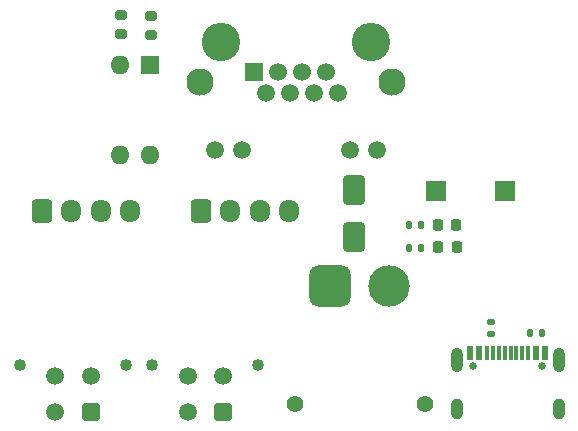
<source format=gbr>
%TF.GenerationSoftware,KiCad,Pcbnew,8.0.7-8.0.7-0~ubuntu22.04.1*%
%TF.CreationDate,2025-01-12T20:07:59+01:00*%
%TF.ProjectId,debug_can_usb,64656275-675f-4636-916e-5f7573622e6b,rev?*%
%TF.SameCoordinates,Original*%
%TF.FileFunction,Soldermask,Top*%
%TF.FilePolarity,Negative*%
%FSLAX46Y46*%
G04 Gerber Fmt 4.6, Leading zero omitted, Abs format (unit mm)*
G04 Created by KiCad (PCBNEW 8.0.7-8.0.7-0~ubuntu22.04.1) date 2025-01-12 20:07:59*
%MOMM*%
%LPD*%
G01*
G04 APERTURE LIST*
G04 Aperture macros list*
%AMRoundRect*
0 Rectangle with rounded corners*
0 $1 Rounding radius*
0 $2 $3 $4 $5 $6 $7 $8 $9 X,Y pos of 4 corners*
0 Add a 4 corners polygon primitive as box body*
4,1,4,$2,$3,$4,$5,$6,$7,$8,$9,$2,$3,0*
0 Add four circle primitives for the rounded corners*
1,1,$1+$1,$2,$3*
1,1,$1+$1,$4,$5*
1,1,$1+$1,$6,$7*
1,1,$1+$1,$8,$9*
0 Add four rect primitives between the rounded corners*
20,1,$1+$1,$2,$3,$4,$5,0*
20,1,$1+$1,$4,$5,$6,$7,0*
20,1,$1+$1,$6,$7,$8,$9,0*
20,1,$1+$1,$8,$9,$2,$3,0*%
G04 Aperture macros list end*
%ADD10RoundRect,0.200000X-0.275000X0.200000X-0.275000X-0.200000X0.275000X-0.200000X0.275000X0.200000X0*%
%ADD11RoundRect,0.218750X0.218750X0.256250X-0.218750X0.256250X-0.218750X-0.256250X0.218750X-0.256250X0*%
%ADD12RoundRect,0.135000X-0.135000X-0.185000X0.135000X-0.185000X0.135000X0.185000X-0.135000X0.185000X0*%
%ADD13RoundRect,0.250000X-0.650000X1.000000X-0.650000X-1.000000X0.650000X-1.000000X0.650000X1.000000X0*%
%ADD14C,1.020000*%
%ADD15RoundRect,0.250001X0.499999X0.499999X-0.499999X0.499999X-0.499999X-0.499999X0.499999X-0.499999X0*%
%ADD16C,1.500000*%
%ADD17RoundRect,0.135000X-0.185000X0.135000X-0.185000X-0.135000X0.185000X-0.135000X0.185000X0.135000X0*%
%ADD18C,0.650000*%
%ADD19R,0.600000X1.240000*%
%ADD20R,0.300000X1.240000*%
%ADD21O,1.000000X2.100000*%
%ADD22O,1.000000X1.800000*%
%ADD23RoundRect,0.135000X0.135000X0.185000X-0.135000X0.185000X-0.135000X-0.185000X0.135000X-0.185000X0*%
%ADD24RoundRect,0.250000X-0.600000X-0.725000X0.600000X-0.725000X0.600000X0.725000X-0.600000X0.725000X0*%
%ADD25O,1.700000X1.950000*%
%ADD26R,1.700000X1.700000*%
%ADD27R,1.600000X1.600000*%
%ADD28O,1.600000X1.600000*%
%ADD29C,1.400000*%
%ADD30RoundRect,0.770000X0.980000X0.980000X-0.980000X0.980000X-0.980000X-0.980000X0.980000X-0.980000X0*%
%ADD31C,3.500000*%
%ADD32C,3.250000*%
%ADD33R,1.500000X1.500000*%
%ADD34C,2.300000*%
G04 APERTURE END LIST*
D10*
%TO.C,R2*%
X135820000Y-65965001D03*
X135820000Y-67615001D03*
%TD*%
D11*
%TO.C,D1*%
X161697502Y-85490001D03*
X160122500Y-85490001D03*
%TD*%
D12*
%TO.C,R1*%
X157700001Y-85590001D03*
X158720001Y-85590001D03*
%TD*%
D13*
%TO.C,D3*%
X153020000Y-80690000D03*
X153020000Y-84690002D03*
%TD*%
D14*
%TO.C,U2*%
X144920000Y-95550001D03*
X135920000Y-95550001D03*
D15*
X141920000Y-99490001D03*
D16*
X138920000Y-99490001D03*
X141920000Y-96490001D03*
X138920000Y-96490001D03*
%TD*%
D17*
%TO.C,R5*%
X164620000Y-91880002D03*
X164620000Y-92900000D03*
%TD*%
D10*
%TO.C,R3*%
X133320000Y-65865001D03*
X133320000Y-67515001D03*
%TD*%
D18*
%TO.C,J5*%
X163130000Y-95600001D03*
X168910000Y-95600001D03*
D19*
X162820000Y-94480001D03*
X163620000Y-94480001D03*
D20*
X164770000Y-94480001D03*
X165770000Y-94480001D03*
X166270000Y-94480001D03*
X167270000Y-94480001D03*
D19*
X168420000Y-94480001D03*
X169220000Y-94480001D03*
X169220000Y-94480001D03*
X168420000Y-94480001D03*
D20*
X167770000Y-94480001D03*
X166770000Y-94480001D03*
X165270000Y-94480001D03*
X164270000Y-94480001D03*
D19*
X163620000Y-94480001D03*
X162820000Y-94480001D03*
D21*
X161700000Y-95080001D03*
D22*
X161700000Y-99280001D03*
D21*
X170340000Y-95080001D03*
D22*
X170340000Y-99280001D03*
%TD*%
D11*
%TO.C,D2*%
X161685003Y-83690001D03*
X160110001Y-83690001D03*
%TD*%
D23*
%TO.C,R4*%
X168929999Y-92790001D03*
X167910001Y-92790001D03*
%TD*%
D24*
%TO.C,J3*%
X140020000Y-82490001D03*
D25*
X142520000Y-82490001D03*
X145020000Y-82490001D03*
X147520000Y-82490001D03*
%TD*%
D26*
%TO.C,J4*%
X165820000Y-80790001D03*
%TD*%
D14*
%TO.C,U3*%
X133720000Y-95550001D03*
X124720000Y-95550001D03*
D15*
X130720000Y-99490001D03*
D16*
X127720000Y-99490001D03*
X130720000Y-96490001D03*
X127720000Y-96490001D03*
%TD*%
D23*
%TO.C,R6*%
X158720000Y-83690001D03*
X157700002Y-83690001D03*
%TD*%
D27*
%TO.C,SW1*%
X135720000Y-70090001D03*
D28*
X133180000Y-70090001D03*
X133180000Y-77710001D03*
X135720000Y-77710001D03*
%TD*%
D24*
%TO.C,J1*%
X126570000Y-82465001D03*
D25*
X129070000Y-82465001D03*
X131570000Y-82465001D03*
X134070000Y-82465001D03*
%TD*%
D29*
%TO.C,J7*%
X159000000Y-98805001D03*
X148000000Y-98805001D03*
D30*
X151000000Y-88805001D03*
D31*
X156000000Y-88805001D03*
%TD*%
D32*
%TO.C,J2*%
X141734000Y-68150001D03*
X154434000Y-68150001D03*
D33*
X144524000Y-70690001D03*
D16*
X145540000Y-72470002D03*
X146556000Y-70690001D03*
X147572000Y-72470002D03*
X148588000Y-70690001D03*
X149604000Y-72470002D03*
X150620000Y-70690001D03*
X151635999Y-72470001D03*
X141224000Y-77290001D03*
X143514000Y-77290001D03*
X152654000Y-77290001D03*
X154944000Y-77290001D03*
D34*
X139954000Y-71580001D03*
X156214000Y-71580001D03*
%TD*%
D26*
%TO.C,J6*%
X159920000Y-80790001D03*
%TD*%
M02*

</source>
